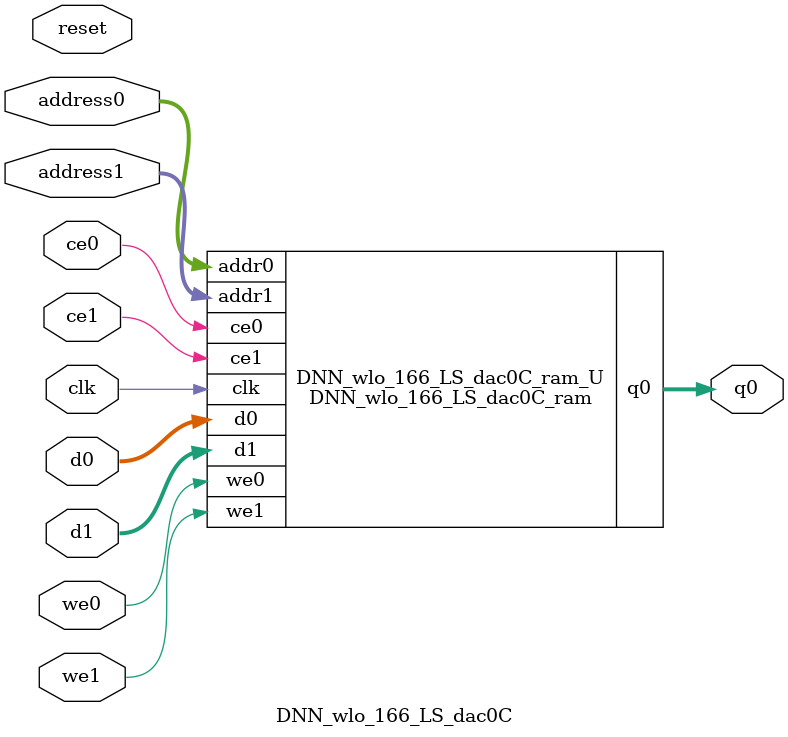
<source format=v>
`timescale 1 ns / 1 ps
module DNN_wlo_166_LS_dac0C_ram (addr0, ce0, d0, we0, q0, addr1, ce1, d1, we1,  clk);

parameter DWIDTH = 16;
parameter AWIDTH = 7;
parameter MEM_SIZE = 104;

input[AWIDTH-1:0] addr0;
input ce0;
input[DWIDTH-1:0] d0;
input we0;
output reg[DWIDTH-1:0] q0;
input[AWIDTH-1:0] addr1;
input ce1;
input[DWIDTH-1:0] d1;
input we1;
input clk;

(* ram_style = "block" *)reg [DWIDTH-1:0] ram[0:MEM_SIZE-1];




always @(posedge clk)  
begin 
    if (ce0) 
    begin
        if (we0) 
        begin 
            ram[addr0] <= d0; 
        end 
        q0 <= ram[addr0];
    end
end


always @(posedge clk)  
begin 
    if (ce1) 
    begin
        if (we1) 
        begin 
            ram[addr1] <= d1; 
        end 
    end
end


endmodule

`timescale 1 ns / 1 ps
module DNN_wlo_166_LS_dac0C(
    reset,
    clk,
    address0,
    ce0,
    we0,
    d0,
    q0,
    address1,
    ce1,
    we1,
    d1);

parameter DataWidth = 32'd16;
parameter AddressRange = 32'd104;
parameter AddressWidth = 32'd7;
input reset;
input clk;
input[AddressWidth - 1:0] address0;
input ce0;
input we0;
input[DataWidth - 1:0] d0;
output[DataWidth - 1:0] q0;
input[AddressWidth - 1:0] address1;
input ce1;
input we1;
input[DataWidth - 1:0] d1;



DNN_wlo_166_LS_dac0C_ram DNN_wlo_166_LS_dac0C_ram_U(
    .clk( clk ),
    .addr0( address0 ),
    .ce0( ce0 ),
    .we0( we0 ),
    .d0( d0 ),
    .q0( q0 ),
    .addr1( address1 ),
    .ce1( ce1 ),
    .we1( we1 ),
    .d1( d1 ));

endmodule


</source>
